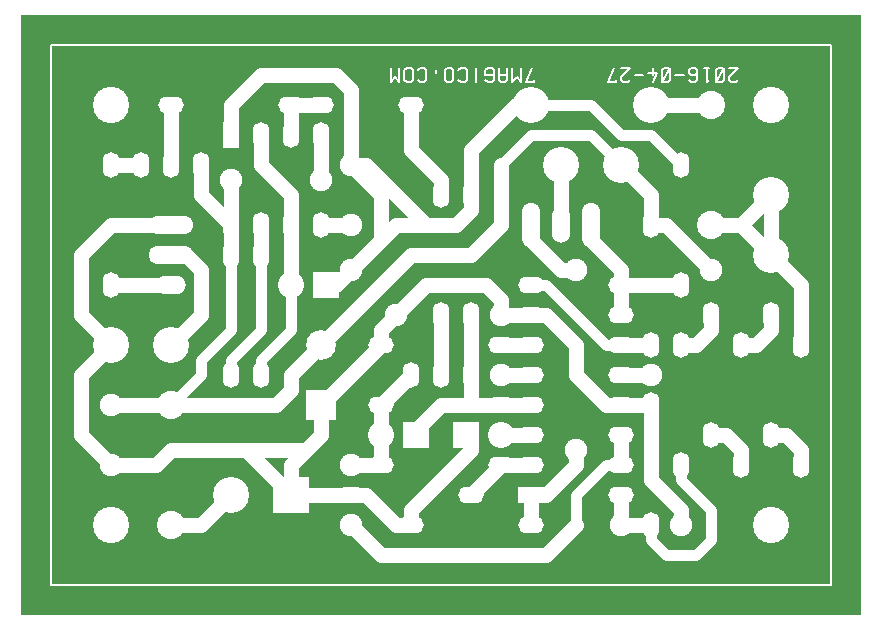
<source format=gbl>
G04 ===== *
G04 GERBER FILE ADAPTED *
G04 VÍCTOR ALBERTO SALINAS REYES *
G04 WWW.7MAGICO.COM *
G04 GER V3 2016-04-28 23:13 *
G04 Archivos fuentes: "ELT12V.PTF" "ELT12V.GBL" *
G04 2016-05-03 MODIFICACION MANUAL PARA IMPRESION NEGATIVA.
G04 ===== *
%FSAX23Y23*%
%MOIN*%
%ADD10C,0.008*%
%ADD11O,0.085X0.055*%
%ADD12C,0.099*%
%ADD13R,0.099X0.099*%
%ADD14O,0.055X0.085*%
%ADD15C,0.075*%
%ADD16C,0.087*%
%ADD17R,0.087X0.087*%
%ADD18C,0.094*%
%ADD19O,0.150X0.060*%
%ADD70O,0.100X0.060*%
%ADD71O,0.060X0.150*%
%ADD20O,0.060X0.120*%
%ADD21R,0.120X0.120*%
%ADD22C,0.120*%
%ADD23R,0.055X0.085*%
%ADD24R,0.085X0.055*%
%ADD25C,0.121*%
%ADD26C,0.050*%
%ADD27C,0.014*%
%ADD28C,0.035*%
%ADD999R,2.800X2.000*%
*
%LPD*%
G54D999*
X01400Y01000D03*
%LPC*%
G01*
G90*
G01D2*
G54D11*
G01D2*
X01700Y00300D03*
X01300Y00300D03*
G01D2*
G54D12*
G01D2*
X01000Y00900D03*
G01D2*
G54D13*
G01D2*
X01000Y00700D03*
G01D2*
G54D14*
G01D2*
X02200Y00500D03*
X02200Y00900D03*
X02300Y01000D03*
X02300Y00600D03*
X02400Y00500D03*
X02400Y00900D03*
X02500Y01000D03*
X02500Y00600D03*
X02600Y00500D03*
X02600Y00900D03*
X01400Y01000D03*
X01400Y01400D03*
G01D2*
G54D11*
G01D2*
X00900Y01700D03*
X00500Y01700D03*
G01D2*
G54D15*
G01D2*
X00300Y00700D03*
X00300Y00500D03*
X02000Y00300D03*
X02200Y00300D03*
X01100Y01300D03*
X01100Y01500D03*
G01D2*
G54D14*
G01D2*
X02200Y01100D03*
X02200Y01500D03*
G01D2*
G54D16*
G01D2*
X01200Y00600D03*
G01D2*
G54D17*
G01D2*
X01318Y00600D03*
G01D2*
G54D16*
G01D2*
X00900Y01100D03*
G01D2*
G54D17*
G01D2*
X01018Y01100D03*
G01D2*
G54D14*
G01D2*
X01500Y01000D03*
X01500Y01400D03*
G01D2*
G54D15*
G01D2*
X01600Y00800D03*
X01600Y01000D03*
G01D2*
G54D11*
G01D2*
X01000Y01700D03*
X01300Y01700D03*
G01D2*
G54D18*
G01D2*
X00500Y00700D03*
X00500Y00300D03*
G01D2*
G54D14*
G01D2*
X01400Y00800D03*
X01300Y00800D03*
X01500Y00800D03*
X00500Y01500D03*
X00600Y01500D03*
X00400Y01500D03*
G01D2*
G54D19*
G01D2*
X00500Y01300D03*
X00500Y01200D03*
G01D2*
G54D70*
G01D2*
X00500Y01100D03*
G01D2*
G54D11*
G01D2*
X01200Y00500D03*
X01600Y00500D03*
G01D2*
G54D14*
G01D2*
X00800Y01200D03*
X00800Y00800D03*
G01D2*
G54D11*
G01D2*
X01200Y00700D03*
X01600Y00700D03*
G01D2*
G54D16*
G01D2*
X01600Y00600D03*
G01D2*
G54D17*
G01D2*
X01482Y00600D03*
G01D2*
G54D14*
G01D2*
X02100Y00300D03*
X02100Y00700D03*
G01D2*
G54D11*
G01D2*
X01600Y00900D03*
X01200Y00900D03*
G01D2*
G54D71*
G01D2*
X01900Y01300D03*
G01D2*
G54D20*
G01D2*
X01800Y01300D03*
G01D2*
G54D71*
G01D2*
X01700Y01300D03*
G01D2*
G54D21*
G01D2*
X00900Y00400D03*
G01D2*
G54D22*
G01D2*
X00700Y00400D03*
X02000Y01500D03*
X02100Y01700D03*
X01800Y01500D03*
X01700Y01700D03*
X00300Y00900D03*
X02500Y01200D03*
X02500Y01400D03*
X00500Y00900D03*
G01D2*
G54D14*
G01D2*
X02100Y00900D03*
X02100Y01300D03*
X00300Y01500D03*
X00300Y01100D03*
G01D2*
G54D11*
G01D2*
X01500Y00400D03*
X01100Y00400D03*
G01D2*
G54D14*
G01D2*
X00700Y01200D03*
X00700Y00800D03*
G01D2*
G54D23*
G01D2*
X00700Y01600D03*
G01D2*
G54D14*
G01D2*
X00800Y01600D03*
X00900Y01600D03*
X01000Y01600D03*
X01000Y01300D03*
X00900Y01300D03*
X00800Y01300D03*
X00700Y01300D03*
G01D2*
G54D24*
G01D2*
X01700Y00400D03*
G01D2*
G54D11*
G01D2*
X01700Y00500D03*
X01700Y00600D03*
X01700Y00700D03*
X01700Y00800D03*
X01700Y00900D03*
X01700Y01000D03*
X01700Y01100D03*
X02000Y01100D03*
X02000Y01000D03*
X02000Y00900D03*
X02000Y00800D03*
X02000Y00700D03*
X02000Y00600D03*
X02000Y00500D03*
X02000Y00400D03*
G01D2*
G54D18*
G01D2*
X02300Y01300D03*
X02300Y01700D03*
G01D2*
G54D25*
G01D2*
X02500Y00300D03*
X00300Y00300D03*
X00300Y01700D03*
X02500Y01700D03*
G01D2*
G54D15*
G01D2*
X01000Y01450D03*
X00700Y01450D03*
X01850Y00550D03*
X01850Y01150D03*
X01100Y00500D03*
X01100Y00300D03*
X02300Y01150D03*
X02100Y00800D03*
X01250Y01000D03*
X01100Y01150D03*
G01D2*
G54D26*
G01D2*
X02000Y00900D02*
X02100Y00900D01*
X01700Y00900D02*
X01600Y00900D01*
X01700Y00600D02*
X01600Y00600D01*
X00800Y01300D02*
X00800Y01200D01*
X01700Y00500D02*
X01600Y00500D01*
X00300Y01500D02*
X00400Y01500D01*
X01700Y00700D02*
X01600Y00700D01*
X02000Y00600D02*
X02000Y00500D01*
X01200Y00700D02*
X01200Y00600D01*
X01200Y00500D01*
X02000Y01100D02*
X02000Y01000D01*
X01000Y01300D02*
X01100Y01300D01*
X00900Y01700D02*
X00900Y01600D01*
X02000Y00400D02*
X02000Y00300D01*
X02100Y00300D01*
X00700Y01300D02*
X00700Y01200D01*
X02000Y00700D02*
X02100Y00700D01*
X01700Y00400D02*
X01700Y00300D01*
X01800Y01500D02*
X01800Y01300D01*
X00300Y01100D02*
X00500Y01100D01*
X02000Y01100D02*
X02200Y01100D01*
X00500Y01700D02*
X00500Y01500D01*
X02500Y01400D02*
X02500Y01200D01*
X00500Y01200D02*
X00550Y01200D01*
X00600Y01150D01*
X00600Y01000D01*
X00500Y00900D01*
X02600Y00500D02*
X02600Y00550D01*
X02550Y00600D01*
X02500Y00600D01*
X02400Y00500D02*
X02400Y00550D01*
X02350Y00600D01*
X02300Y00600D01*
X02500Y01000D02*
X02500Y00950D01*
X02450Y00900D01*
X02400Y00900D01*
X02300Y01000D02*
X02300Y00950D01*
X02250Y00900D01*
X02200Y00900D01*
X01500Y00400D02*
X01600Y00500D01*
X01300Y00300D02*
X01250Y00300D01*
X01150Y00400D01*
X01100Y00400D01*
X02600Y00900D02*
X02600Y01100D01*
X02500Y01200D01*
X02300Y01300D02*
X02400Y01300D01*
X02500Y01200D01*
X02000Y01500D02*
X02100Y01400D01*
X02100Y01300D01*
G01D2*
G54D27*
G01D2*
X01900Y01300D02*
X01900Y01250D01*
X02000Y01150D01*
X02000Y01100D01*
G01D2*
G54D28*
G01D2*
X01700Y01100D02*
X01750Y01100D01*
X01950Y00900D01*
X02000Y00900D01*
G01D2*
G54D26*
G01D2*
X01700Y01000D02*
X01750Y01000D01*
X01850Y00900D01*
X01850Y00800D01*
X01950Y00700D01*
X02000Y00700D01*
X00600Y01500D02*
X00600Y01400D01*
X00700Y01300D01*
G01D2*
G54D28*
G01D2*
X00800Y01200D02*
X00800Y00950D01*
X00700Y00850D01*
X00700Y00800D01*
G01D2*
G54D26*
G01D2*
X00900Y01300D02*
X00900Y01400D01*
X00800Y01500D01*
X00800Y01600D01*
X00500Y01300D02*
X00300Y01300D01*
X00200Y01200D01*
X00200Y01000D01*
X00300Y00900D01*
X00500Y00300D02*
X00600Y00300D01*
X00700Y00400D01*
X00900Y00400D02*
X01100Y00400D01*
X01000Y00700D02*
X01000Y00600D01*
X00900Y00500D01*
X00900Y00400D01*
X00500Y00700D02*
X00300Y00700D01*
X00500Y00700D02*
X00850Y00700D01*
X00900Y00750D01*
X00900Y00800D01*
X01000Y00900D01*
X00300Y00500D02*
X00200Y00600D01*
X00200Y00800D01*
X00300Y00900D01*
X00300Y00500D02*
X00450Y00500D01*
X00500Y00550D01*
X00750Y00550D01*
X00900Y00400D01*
X01600Y00700D02*
X01500Y00700D01*
G01D2*
G54D27*
G01D2*
X01400Y00700D01*
X01300Y00600D01*
G01D2*
G54D26*
G01D2*
X01000Y01700D02*
X00900Y01700D01*
X01000Y01600D02*
X01000Y01450D01*
X00700Y01450D02*
X00700Y01300D01*
X00700Y01600D02*
X00700Y01700D01*
X00800Y01800D01*
X01050Y01800D01*
X01100Y01750D01*
X01100Y01500D01*
X01700Y00400D02*
X01750Y00400D01*
X01850Y00500D01*
X01850Y00550D01*
X01850Y01150D02*
X01800Y01150D01*
X01700Y01250D01*
X01700Y01300D01*
G01D2*
G54D28*
G01D2*
X00500Y00700D02*
X00600Y00800D01*
X00600Y00850D01*
X00700Y00950D01*
X00700Y01200D01*
G01D2*
G54D26*
G01D2*
X02200Y00300D02*
X02200Y00350D01*
X02100Y00450D01*
X02100Y00700D01*
G01D2*
G54D28*
G01D2*
X02200Y00500D02*
X02200Y00450D01*
X02300Y00350D01*
X02300Y00250D01*
X02250Y00200D01*
X02150Y00200D01*
X02100Y00250D01*
X02100Y00300D01*
G01D2*
G54D27*
G01D2*
X01300Y00300D02*
X01300Y00350D01*
X01500Y00550D01*
X01500Y00600D01*
G01D2*
G54D26*
G01D2*
X02100Y01700D02*
X02300Y01700D01*
G01D2*
G54D28*
G01D2*
X02200Y01500D02*
X02100Y01600D01*
X02000Y01600D01*
X01900Y01700D01*
X01700Y01700D01*
G01D2*
G54D26*
G01D2*
X01200Y00500D02*
X01100Y00500D01*
X01100Y00300D02*
X01200Y00200D01*
X01750Y00200D01*
X01850Y00300D01*
G01D2*
G54D28*
G01D2*
X01850Y00400D01*
X01950Y00500D01*
X02000Y00500D01*
G01D2*
G54D26*
G01D2*
X01200Y00900D02*
X01000Y00700D01*
X01600Y00800D02*
X01700Y00800D01*
X01600Y01000D02*
X01700Y01000D01*
X01600Y01000D02*
X01600Y01050D01*
X01550Y01100D01*
X01350Y01100D01*
X01200Y00950D01*
X01200Y00900D01*
X02100Y01300D02*
X02150Y01300D01*
X02300Y01150D01*
X02100Y00800D02*
X02000Y00800D01*
X00900Y01100D02*
X00900Y01300D01*
G01D2*
G54D28*
G01D2*
X00900Y01100D02*
X00900Y00950D01*
X00800Y00850D01*
X00800Y00800D01*
G01D2*
G54D26*
G01D2*
X01100Y01500D02*
X01200Y01400D01*
X01200Y01250D01*
X01050Y01100D01*
X01000Y01100D01*
G01D2*
G54D27*
G01D2*
X01050Y01100D02*
X01000Y01100D01*
G01D2*
G54D26*
G01D2*
X01500Y00800D02*
X01500Y00700D01*
X01600Y00700D01*
X01300Y00800D02*
X01200Y00700D01*
X01400Y00800D02*
X01400Y01000D01*
X01500Y00800D02*
X01500Y01000D01*
X01400Y01400D02*
X01400Y01450D01*
X01300Y01550D01*
X01300Y01700D01*
X01500Y01400D02*
X01500Y01500D01*
X01500Y01550D01*
X01650Y01700D01*
X01700Y01700D01*
G01D2*
G54D28*
G01D2*
X02000Y01500D02*
X01900Y01600D01*
X01700Y01600D01*
X01600Y01500D01*
G01D2*
G54D26*
G01D2*
X01600Y01300D01*
X01500Y01200D01*
X01300Y01200D01*
X01000Y00900D01*
X01500Y01400D02*
X01500Y01350D01*
X01450Y01300D01*
X01350Y01300D01*
X01150Y01500D01*
X01100Y01500D01*
X01300Y00300D02*
X01300Y00350D01*
X01500Y00550D01*
X01500Y00600D01*
X01200Y00900D02*
X01200Y00950D01*
X01250Y01000D01*
X01100Y01150D02*
X01050Y01100D01*
X01000Y01100D01*
X02500Y01400D02*
X02400Y01300D01*
X02300Y01300D01*
X02000Y01100D02*
X02000Y01150D01*
X01900Y01250D01*
X01900Y01300D01*
X01500Y00700D02*
X01400Y00700D01*
X01300Y00600D01*
X01000Y00700D02*
X01000Y00600D01*
X00950Y00550D01*
X00500Y00550D01*
X00450Y00500D01*
X00300Y00500D01*
X01500Y01400D02*
X01500Y01350D01*
X01450Y01300D01*
X01250Y01300D01*
X01050Y01100D01*
X01000Y01100D01*
D02*
G01D2*
G54D10*
G01D2*
X02382Y01776D02*
X02389Y01784D01*
X02368Y01776D02*
X02382Y01776D01*
X02361Y01784D02*
X02368Y01776D01*
X02361Y01792D02*
X02361Y01784D01*
X02389Y01824D02*
X02361Y01792D01*
X02361Y01824D02*
X02389Y01824D01*
X02323Y01776D02*
X02337Y01776D01*
X02316Y01784D02*
X02323Y01776D01*
X02316Y01816D02*
X02316Y01784D01*
X02323Y01824D02*
X02316Y01816D01*
X02337Y01824D02*
X02323Y01824D01*
X02344Y01816D02*
X02337Y01824D01*
X02344Y01784D02*
X02344Y01816D01*
X02337Y01776D02*
X02344Y01784D01*
X02344Y01824D02*
X02316Y01776D01*
X02285Y01776D02*
X02292Y01784D01*
X02285Y01824D02*
X02285Y01776D01*
X02278Y01824D02*
X02292Y01824D01*
X02233Y01776D02*
X02226Y01784D01*
X02247Y01776D02*
X02233Y01776D01*
X02254Y01784D02*
X02247Y01776D01*
X02254Y01816D02*
X02254Y01784D01*
X02247Y01824D02*
X02254Y01816D01*
X02233Y01824D02*
X02247Y01824D01*
X02226Y01816D02*
X02233Y01824D01*
X02226Y01808D02*
X02226Y01816D01*
X02233Y01800D02*
X02226Y01808D01*
X02247Y01800D02*
X02233Y01800D01*
X02254Y01808D02*
X02247Y01800D01*
X02181Y01800D02*
X02209Y01800D01*
X02143Y01776D02*
X02157Y01776D01*
X02136Y01784D02*
X02143Y01776D01*
X02136Y01816D02*
X02136Y01784D01*
X02143Y01824D02*
X02136Y01816D01*
X02157Y01824D02*
X02143Y01824D01*
X02164Y01816D02*
X02157Y01824D01*
X02164Y01784D02*
X02164Y01816D01*
X02157Y01776D02*
X02164Y01784D01*
X02164Y01824D02*
X02136Y01776D01*
X02119Y01808D02*
X02105Y01776D01*
X02091Y01808D02*
X02119Y01808D01*
X02105Y01824D02*
X02105Y01800D01*
X02046Y01800D02*
X02074Y01800D01*
X02022Y01776D02*
X02029Y01784D01*
X02008Y01776D02*
X02022Y01776D01*
X02001Y01784D02*
X02008Y01776D01*
X02001Y01792D02*
X02001Y01784D01*
X02029Y01824D02*
X02001Y01792D01*
X02001Y01824D02*
X02029Y01824D01*
X01984Y01776D02*
X01984Y01784D01*
X01956Y01776D02*
X01984Y01776D01*
X01977Y01824D02*
X01956Y01776D01*
X01711Y01776D02*
X01711Y01784D01*
X01683Y01776D02*
X01711Y01776D01*
X01704Y01824D02*
X01683Y01776D01*
X01666Y01776D02*
X01666Y01824D01*
X01652Y01792D02*
X01666Y01776D01*
X01638Y01776D02*
X01652Y01792D01*
X01638Y01824D02*
X01638Y01776D01*
X01621Y01784D02*
X01621Y01824D01*
X01614Y01776D02*
X01621Y01784D01*
X01600Y01776D02*
X01614Y01776D01*
X01593Y01784D02*
X01600Y01776D01*
X01593Y01824D02*
X01593Y01784D01*
X01621Y01800D02*
X01593Y01800D01*
X01555Y01776D02*
X01548Y01784D01*
X01569Y01776D02*
X01555Y01776D01*
X01576Y01784D02*
X01569Y01776D01*
X01576Y01816D02*
X01576Y01784D01*
X01569Y01824D02*
X01576Y01816D01*
X01555Y01824D02*
X01569Y01824D01*
X01548Y01816D02*
X01555Y01824D01*
X01548Y01800D02*
X01548Y01816D01*
X01576Y01800D02*
X01548Y01800D01*
X01517Y01824D02*
X01517Y01776D01*
X01465Y01776D02*
X01458Y01784D01*
X01479Y01776D02*
X01465Y01776D01*
X01486Y01784D02*
X01479Y01776D01*
X01486Y01816D02*
X01486Y01784D01*
X01479Y01824D02*
X01486Y01816D01*
X01465Y01824D02*
X01479Y01824D01*
X01458Y01816D02*
X01465Y01824D01*
X01420Y01776D02*
X01434Y01776D01*
X01413Y01784D02*
X01420Y01776D01*
X01413Y01816D02*
X01413Y01784D01*
X01420Y01824D02*
X01413Y01816D01*
X01434Y01824D02*
X01420Y01824D01*
X01441Y01816D02*
X01434Y01824D01*
X01441Y01784D02*
X01441Y01816D01*
X01434Y01776D02*
X01441Y01784D01*
X01382Y01808D02*
X01382Y01816D01*
X01330Y01776D02*
X01323Y01784D01*
X01344Y01776D02*
X01330Y01776D01*
X01351Y01784D02*
X01344Y01776D01*
X01351Y01816D02*
X01351Y01784D01*
X01344Y01824D02*
X01351Y01816D01*
X01330Y01824D02*
X01344Y01824D01*
X01323Y01816D02*
X01330Y01824D01*
X01285Y01776D02*
X01299Y01776D01*
X01278Y01784D02*
X01285Y01776D01*
X01278Y01816D02*
X01278Y01784D01*
X01285Y01824D02*
X01278Y01816D01*
X01299Y01824D02*
X01285Y01824D01*
X01306Y01816D02*
X01299Y01824D01*
X01306Y01784D02*
X01306Y01816D01*
X01299Y01776D02*
X01306Y01784D01*
X01261Y01776D02*
X01261Y01824D01*
X01247Y01792D02*
X01261Y01776D01*
X01233Y01776D02*
X01247Y01792D01*
X01233Y01824D02*
X01233Y01776D01*
X02700Y00100D02*
X00100Y00100D01*
X02700Y01900D02*
X02700Y00100D01*
X00100Y01900D02*
X02700Y01900D01*
X00100Y00100D02*
X00100Y01900D01*
X00000Y00000D02*
M02*

</source>
